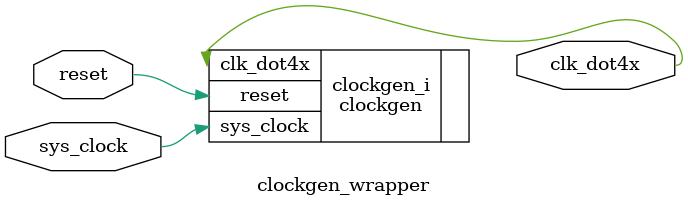
<source format=v>
`timescale 1 ps / 1 ps

module clockgen_wrapper
   (clk_dot4x,
    reset,
    sys_clock);
  output clk_dot4x;
  input reset;
  input sys_clock;

  wire clk_dot4x;
  wire reset;
  wire sys_clock;

  clockgen clockgen_i
       (.clk_dot4x(clk_dot4x),
        .reset(reset),
        .sys_clock(sys_clock));
endmodule

</source>
